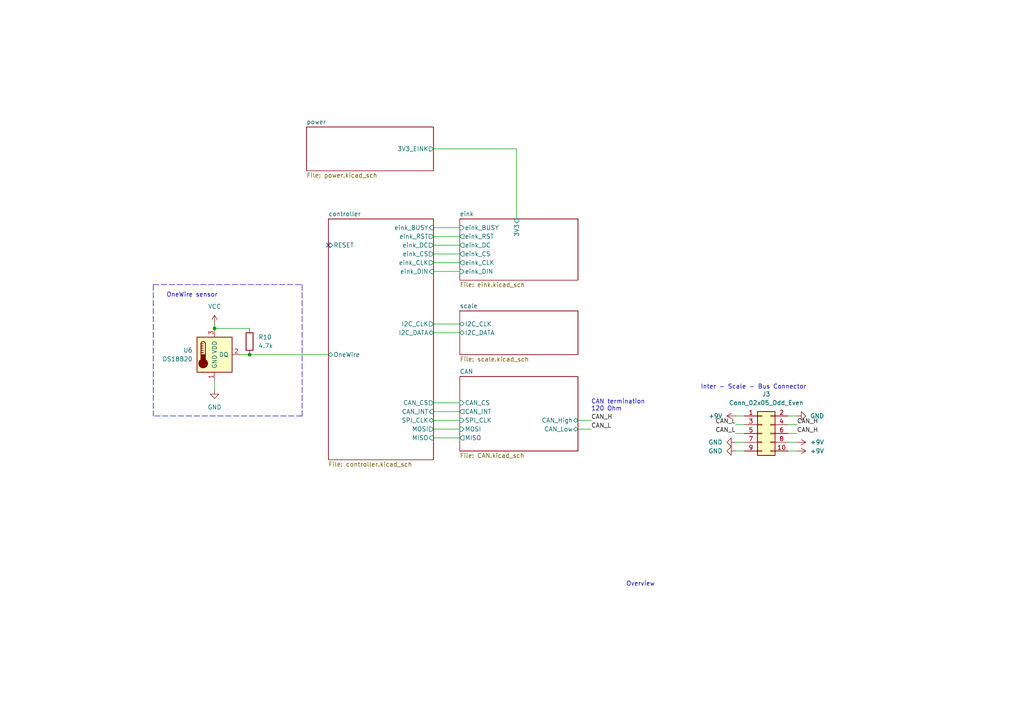
<source format=kicad_sch>
(kicad_sch (version 20211123) (generator eeschema)
  (paper "A4")
  (lib_symbols
    (symbol "Connector_Generic:Conn_02x05_Odd_Even" (pin_names (offset 1.016) hide)
      (property "Reference" "J" (at 1.27 7.62 0))
      (property "Value" "Conn_02x05_Odd_Even" (at 1.27 -7.62 0))
      (symbol "Conn_02x05_Odd_Even_1_1"
        (rectangle (start -1.27 -4.953) (end 0 -5.207) (stroke (width 0.1524)))
        (rectangle (start -1.27 -2.413) (end 0 -2.667) (stroke (width 0.1524)))
        (rectangle (start -1.27 0.127) (end 0 -0.127) (stroke (width 0.1524)))
        (rectangle (start -1.27 2.667) (end 0 2.413) (stroke (width 0.1524)))
        (rectangle (start -1.27 5.207) (end 0 4.953) (stroke (width 0.1524)))
        (rectangle (start -1.27 6.35) (end 3.81 -6.35) (stroke (width 0.254)) (fill (type background)))
        (rectangle (start 3.81 -4.953) (end 2.54 -5.207) (stroke (width 0.1524)))
        (rectangle (start 3.81 -2.413) (end 2.54 -2.667) (stroke (width 0.1524)))
        (rectangle (start 3.81 0.127) (end 2.54 -0.127) (stroke (width 0.1524)))
        (rectangle (start 3.81 2.667) (end 2.54 2.413) (stroke (width 0.1524)))
        (rectangle (start 3.81 5.207) (end 2.54 4.953) (stroke (width 0.1524)))
        (pin passive line (at -5.08 5.08 0) (length 3.81) (name "Pin_1") (number "1"))
        (pin passive line (at 7.62 -5.08 180) (length 3.81) (name "Pin_10") (number "10"))
        (pin passive line (at 7.62 5.08 180) (length 3.81) (name "Pin_2") (number "2"))
        (pin passive line (at -5.08 2.54 0) (length 3.81) (name "Pin_3") (number "3"))
        (pin passive line (at 7.62 2.54 180) (length 3.81) (name "Pin_4") (number "4"))
        (pin passive line (at -5.08 0 0) (length 3.81) (name "Pin_5") (number "5"))
        (pin passive line (at 7.62 0 180) (length 3.81) (name "Pin_6") (number "6"))
        (pin passive line (at -5.08 -2.54 0) (length 3.81) (name "Pin_7") (number "7"))
        (pin passive line (at 7.62 -2.54 180) (length 3.81) (name "Pin_8") (number "8"))
        (pin passive line (at -5.08 -5.08 0) (length 3.81) (name "Pin_9") (number "9"))
      )
    )
    (symbol "Device:R" (pin_numbers hide) (pin_names (offset 0))
      (property "Reference" "R" (at 2.032 0 90))
      (property "Value" "R" (at 0 0 90))
      (symbol "R_0_1"
        (rectangle (start -1.016 -2.54) (end 1.016 2.54) (stroke (width 0.254)))
      )
      (symbol "R_1_1"
        (pin passive line (at 0 3.81 270) (length 1.27) (name "~") (number "1"))
        (pin passive line (at 0 -3.81 90) (length 1.27) (name "~") (number "2"))
      )
    )
    (symbol "Sensor_Temperature:DS18B20" (pin_names (offset 1.016))
      (property "Reference" "U" (at -3.81 6.35 0))
      (property "Value" "DS18B20" (at 6.35 6.35 0))
      (symbol "DS18B20_0_1"
        (rectangle (start -5.08 5.08) (end 5.08 -5.08) (stroke (width 0.254)) (fill (type background)))
        (circle (center -3.302 -2.54) (radius 1.27) (stroke (width 0.254)) (fill (type outline)))
        (rectangle (start -2.667 -1.905) (end -3.937 0) (stroke (width 0.254)) (fill (type outline)))
        (arc (start -2.667 3.175) (mid -3.302 3.81) (end -3.937 3.175) (stroke (width 0.254)))
        (polyline (pts (xy -3.937 0.635) (xy -3.302 0.635)) (stroke (width 0.254)))
        (polyline (pts (xy -3.937 1.27) (xy -3.302 1.27)) (stroke (width 0.254)))
        (polyline (pts (xy -3.937 1.905) (xy -3.302 1.905)) (stroke (width 0.254)))
        (polyline (pts (xy -3.937 2.54) (xy -3.302 2.54)) (stroke (width 0.254)))
        (polyline (pts (xy -3.937 3.175) (xy -3.937 0)) (stroke (width 0.254)))
        (polyline (pts (xy -3.937 3.175) (xy -3.302 3.175)) (stroke (width 0.254)))
        (polyline (pts (xy -2.667 3.175) (xy -2.667 0)) (stroke (width 0.254)))
      )
      (symbol "DS18B20_1_1"
        (pin power_in line (at 0 -7.62 90) (length 2.54) (name "GND") (number "1"))
        (pin bidirectional line (at 7.62 0 180) (length 2.54) (name "DQ") (number "2"))
        (pin power_in line (at 0 7.62 270) (length 2.54) (name "VDD") (number "3"))
      )
    )
    (symbol "power:+9V" (power) (pin_names (offset 0))
      (property "Value" "+9V" (at 0 3.556 0))
      (symbol "+9V_0_1"
        (polyline (pts (xy -0.762 1.27) (xy 0 2.54)))
        (polyline (pts (xy 0 0) (xy 0 2.54)))
        (polyline (pts (xy 0 2.54) (xy 0.762 1.27)))
      )
      (symbol "+9V_1_1"
        (pin power_in line (at 0 0 90) (length 0) hide (name "+9V") (number "1"))
      )
    )
    (symbol "power:GND" (power) (pin_names (offset 0))
      (property "Value" "GND" (at 0 -3.81 0))
      (symbol "GND_0_1"
        (polyline (pts (xy 0 0) (xy 0 -1.27) (xy 1.27 -1.27) (xy 0 -2.54) (xy -1.27 -1.27) (xy 0 -1.27)))
      )
      (symbol "GND_1_1"
        (pin power_in line (at 0 0 270) (length 0) hide (name "GND") (number "1"))
      )
    )
    (symbol "power:VCC" (power) (pin_names (offset 0))
      (property "Value" "VCC" (at 0 3.81 0))
      (symbol "VCC_0_1"
        (polyline (pts (xy -0.762 1.27) (xy 0 2.54)))
        (polyline (pts (xy 0 0) (xy 0 2.54)))
        (polyline (pts (xy 0 2.54) (xy 0.762 1.27)))
      )
      (symbol "VCC_1_1"
        (pin power_in line (at 0 0 90) (length 0) hide (name "VCC") (number "1"))
      )
    )
  )
  (junction (at 62.23 95.25))
  (junction (at 72.39 102.87))
  (no_connect (at 95.25 71.12))
  (wire (pts (xy 213.36 125.73) (xy 215.9 125.73)))
  (wire (pts (xy 125.73 76.2) (xy 133.35 76.2)))
  (wire (pts (xy 72.39 95.25) (xy 62.23 95.25)))
  (wire (pts (xy 125.73 93.98) (xy 133.35 93.98)))
  (wire (pts (xy 125.73 124.46) (xy 133.35 124.46)))
  (wire (pts (xy 228.6 120.65) (xy 231.14 120.65)))
  (wire (pts (xy 125.73 73.66) (xy 133.35 73.66)))
  (wire (pts (xy 125.73 71.12) (xy 133.35 71.12)))
  (wire (pts (xy 228.6 130.81) (xy 231.14 130.81)))
  (wire (pts (xy 213.36 123.19) (xy 215.9 123.19)))
  (wire (pts (xy 213.36 120.65) (xy 215.9 120.65)))
  (wire (pts (xy 125.73 68.58) (xy 133.35 68.58)))
  (polyline (pts (xy 87.63 120.65) (xy 44.45 120.65)))
  (wire (pts (xy 149.86 43.18) (xy 149.86 63.5)))
  (wire (pts (xy 228.6 125.73) (xy 231.14 125.73)))
  (polyline (pts (xy 87.63 82.55) (xy 87.63 120.65)))
  (polyline (pts (xy 44.45 82.55) (xy 87.63 82.55)))
  (wire (pts (xy 213.36 130.81) (xy 215.9 130.81)))
  (wire (pts (xy 125.73 119.38) (xy 133.35 119.38)))
  (wire (pts (xy 213.36 128.27) (xy 215.9 128.27)))
  (polyline (pts (xy 44.45 82.55) (xy 44.45 120.65)))
  (wire (pts (xy 125.73 127) (xy 133.35 127)))
  (wire (pts (xy 125.73 78.74) (xy 133.35 78.74)))
  (wire (pts (xy 228.6 128.27) (xy 231.14 128.27)))
  (wire (pts (xy 125.73 96.52) (xy 133.35 96.52)))
  (wire (pts (xy 69.85 102.87) (xy 72.39 102.87)))
  (wire (pts (xy 72.39 102.87) (xy 95.25 102.87)))
  (wire (pts (xy 125.73 66.04) (xy 133.35 66.04)))
  (wire (pts (xy 62.23 93.98) (xy 62.23 95.25)))
  (wire (pts (xy 125.73 43.18) (xy 149.86 43.18)))
  (wire (pts (xy 125.73 121.92) (xy 133.35 121.92)))
  (wire (pts (xy 62.23 110.49) (xy 62.23 113.03)))
  (wire (pts (xy 167.64 124.46) (xy 171.45 124.46)))
  (wire (pts (xy 228.6 123.19) (xy 231.14 123.19)))
  (wire (pts (xy 125.73 116.84) (xy 133.35 116.84)))
  (wire (pts (xy 167.64 121.92) (xy 171.45 121.92)))
  (text "CAN termination\n120 Ohm" (at 171.45 119.38 0) (effects (font (size 1.27 1.27)) (justify left bottom)))
  (text "Inter - Scale - Bus Connector" (at 203.2 113.03 0) (effects (font (size 1.27 1.27)) (justify left bottom)))
  (text "Overview" (at 181.61 170.18 0) (effects (font (size 1.27 1.27)) (justify left bottom)))
  (text "OneWire sensor" (at 48.26 86.36 0) (effects (font (size 1.27 1.27)) (justify left bottom)))
  (label "CAN_H" (at 231.14 123.19 0))
  (label "CAN_L" (at 213.36 123.19 180))
  (label "CAN_L" (at 171.45 124.46 0))
  (label "CAN_H" (at 171.45 121.92 0))
  (label "CAN_H" (at 231.14 125.73 0))
  (label "CAN_L" (at 213.36 125.73 180))
  (symbol (lib_id "power:GND") (at 213.36 128.27 270) (unit 1)
    (property "Reference" "#PWR011" (effects hide))
    (property "Value" "GND" (at 209.55 128.2699 90) (effects (justify right)))
  )
  (symbol (lib_id "power:VCC") (at 62.23 93.98 0) (unit 1)
    (property "Reference" "#PWR0110" (effects hide))
    (property "Value" "VCC" (at 62.23 88.9 0))
  )
  (symbol (lib_id "Sensor_Temperature:DS18B20") (at 62.23 102.87 0) (unit 1)
    (property "Reference" "U6" (at 55.88 101.5999 0) (effects (justify right)))
    (property "Value" "DS18B20" (at 55.88 104.1399 0) (effects (justify right)))
    (property "Footprint" "Package_TO_SOT_THT:TO-92" (effects hide))
    (property "Datasheet" "http://datasheets.maximintegrated.com/en/ds/DS18B20.pdf" (effects hide))
  )
  (symbol (lib_id "power:+9V") (at 213.36 120.65 90) (unit 1)
    (property "Reference" "#PWR010" (effects hide))
    (property "Value" "+9V" (at 209.55 120.6499 90) (effects (justify left)))
  )
  (symbol (lib_id "Device:R") (at 72.39 99.06 0) (unit 1)
    (property "Reference" "R10" (at 74.93 97.7899 0) (effects (justify left)))
    (property "Value" "4.7k" (at 74.93 100.3299 0) (effects (justify left)))
    (property "Footprint" "Resistor_SMD:R_1206_3216Metric_Pad1.30x1.75mm_HandSolder" (effects hide))
  )
  (symbol (lib_id "power:+9V") (at 231.14 130.81 270) (unit 1)
    (property "Reference" "#PWR015" (effects hide))
    (property "Value" "+9V" (at 234.95 130.8099 90) (effects (justify left)))
  )
  (symbol (lib_id "power:GND") (at 213.36 130.81 270) (unit 1)
    (property "Reference" "#PWR012" (effects hide))
    (property "Value" "GND" (at 209.55 130.8099 90) (effects (justify right)))
  )
  (symbol (lib_id "Connector_Generic:Conn_02x05_Odd_Even") (at 220.98 125.73 0) (unit 1)
    (property "Reference" "J3" (at 222.25 114.3 0))
    (property "Value" "Conn_02x05_Odd_Even" (at 222.25 116.84 0))
    (property "Footprint" "Connector_PinSocket_2.54mm:PinSocket_2x05_P2.54mm_Horizontal" (effects hide))
  )
  (symbol (lib_id "power:+9V") (at 231.14 128.27 270) (unit 1)
    (property "Reference" "#PWR014" (effects hide))
    (property "Value" "+9V" (at 234.95 128.2699 90) (effects (justify left)))
  )
  (symbol (lib_id "power:GND") (at 231.14 120.65 90) (unit 1)
    (property "Reference" "#PWR013" (effects hide))
    (property "Value" "GND" (at 234.95 120.6499 90) (effects (justify right)))
  )
  (symbol (lib_id "power:GND") (at 62.23 113.03 0) (unit 1)
    (property "Reference" "#PWR031" (effects hide))
    (property "Value" "GND" (at 62.23 118.11 0))
  )
  (sheet (at 133.35 63.5) (size 34.29 17.78) (stroke (width 0.1524))
    (property "Sheet name" "eink" (at 133.35 62.7884 0) (effects (justify left bottom)))
    (property "Sheet file" "eink.kicad_sch" (at 133.35 81.8646 0) (effects (justify left top)))
    (pin "eink_CS" output (at 133.35 73.66 180))
    (pin "eink_BUSY" input (at 133.35 66.04 180))
    (pin "eink_RST" output (at 133.35 68.58 180))
    (pin "eink_DIN" input (at 133.35 78.74 180))
    (pin "eink_CLK" output (at 133.35 76.2 180))
    (pin "eink_DC" output (at 133.35 71.12 180))
    (pin "3V3" input (at 149.86 63.5 90))
  )
  (sheet (at 133.35 109.22) (size 34.29 21.59) (stroke (width 0.1524))
    (property "Sheet name" "CAN" (at 133.35 108.5084 0) (effects (justify left bottom)))
    (property "Sheet file" "CAN.kicad_sch" (at 133.35 131.3946 0) (effects (justify left top)))
    (pin "CAN_High" tri_state (at 167.64 121.92 0))
    (pin "CAN_Low" tri_state (at 167.64 124.46 0))
    (pin "CAN_CS" input (at 133.35 116.84 180))
    (pin "MISO" output (at 133.35 127 180))
    (pin "SPI_CLK" input (at 133.35 121.92 180))
    (pin "MOSI" input (at 133.35 124.46 180))
    (pin "CAN_INT" output (at 133.35 119.38 180))
  )
  (sheet (at 95.25 63.5) (size 30.48 69.85) (stroke (width 0.1524))
    (property "Sheet name" "controller" (at 95.25 62.7884 0) (effects (justify left bottom)))
    (property "Sheet file" "controller.kicad_sch" (at 95.25 133.9346 0) (effects (justify left top)))
    (pin "OneWire" bidirectional (at 95.25 102.87 180))
    (pin "I2C_CLK" output (at 125.73 93.98 0))
    (pin "I2C_DATA" bidirectional (at 125.73 96.52 0))
    (pin "RESET" input (at 95.25 71.12 180))
    (pin "CAN_CS" output (at 125.73 116.84 0))
    (pin "CAN_INT" input (at 125.73 119.38 0))
    (pin "SPI_CLK" bidirectional (at 125.73 121.92 0))
    (pin "MOSI" output (at 125.73 124.46 0))
    (pin "MISO" input (at 125.73 127 0))
    (pin "eink_DIN" input (at 125.73 78.74 0))
    (pin "eink_CLK" output (at 125.73 76.2 0))
    (pin "eink_DC" output (at 125.73 71.12 0))
    (pin "eink_CS" output (at 125.73 73.66 0))
    (pin "eink_BUSY" input (at 125.73 66.04 0))
    (pin "eink_RST" output (at 125.73 68.58 0))
  )
  (sheet (at 88.9 36.83) (size 36.83 12.7) (stroke (width 0.1524))
    (property "Sheet name" "power" (at 88.9 36.1184 0) (effects (justify left bottom)))
    (property "Sheet file" "power.kicad_sch" (at 88.9 50.1146 0) (effects (justify left top)))
    (pin "3V3_EINK" output (at 125.73 43.18 0))
  )
  (sheet (at 133.35 90.17) (size 34.29 12.7) (stroke (width 0.1524))
    (property "Sheet name" "scale" (at 133.35 89.4584 0) (effects (justify left bottom)))
    (property "Sheet file" "scale.kicad_sch" (at 133.35 103.4546 0) (effects (justify left top)))
    (pin "I2C_CLK" tri_state (at 133.35 93.98 180))
    (pin "I2C_DATA" tri_state (at 133.35 96.52 180))
  )
)
</source>
